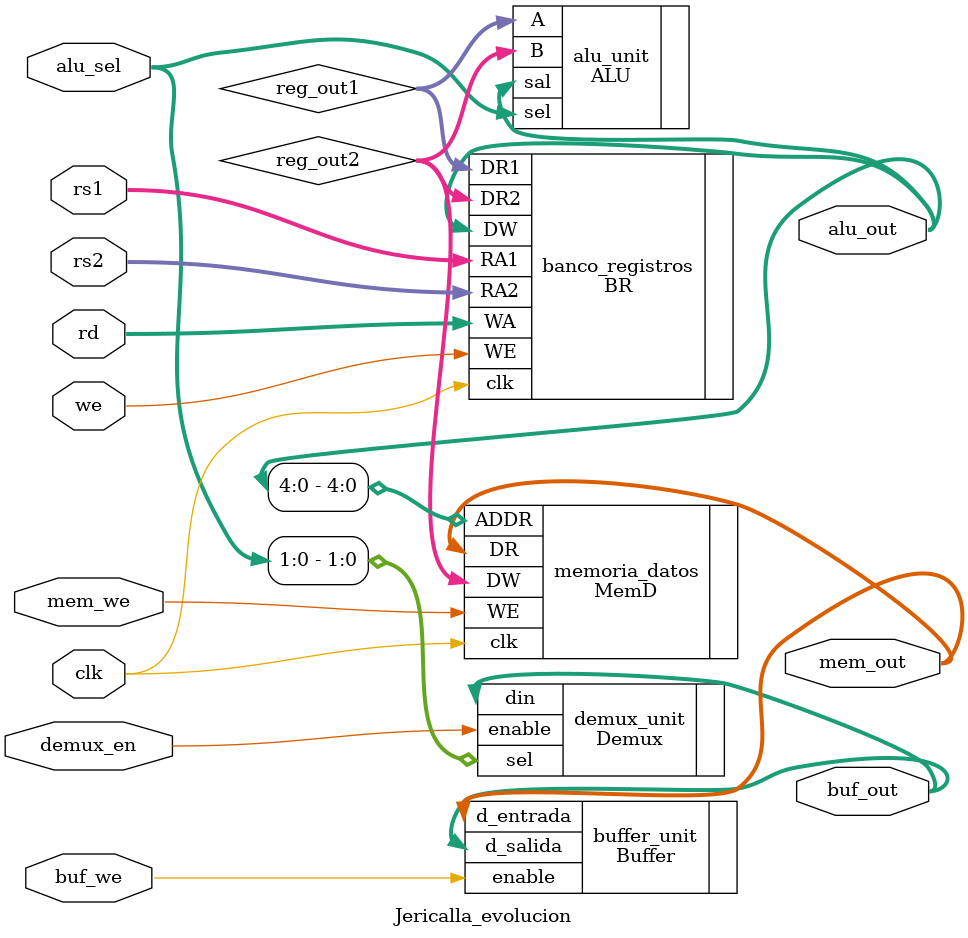
<source format=v>
module Jericalla_evolucion(
    input wire clk,
    input wire [4:0] rs1, rs2, rd,
    input wire [2:0] alu_sel,
    input wire we, mem_we, buf_we, demux_en,
    output wire [31:0] alu_out, mem_out, buf_out
);

    wire [31:0] reg_out1, reg_out2;
    
    // Instancia del Banco de Registros (BR)
    BR banco_registros (
        .RA1(rs1),
        .RA2(rs2),
        .WA(rd),
        .DW(alu_out),
        .WE(we),
        .clk(clk),
        .DR1(reg_out1),
        .DR2(reg_out2)
    );

    // Instancia de la ALU
    ALU alu_unit (
        .A(reg_out1),
        .B(reg_out2),
        .sel(alu_sel),
        .sal(alu_out)
    );

    // Instancia de la Memoria de Datos (MemD)
    MemD memoria_datos (
        .ADDR(alu_out[4:0]),
        .DW(reg_out2),
        .WE(mem_we),
        .clk(clk),
        .DR(mem_out)
    );

    // Instancia del Buffer
    Buffer buffer_unit (
        .d_entrada(mem_out),
        .enable(buf_we),
        .d_salida(buf_out)
    );

    // Instancia del Demux
    Demux demux_unit (
        .din(buf_out),
        .sel(alu_sel[1:0]),
        .enable(demux_en)
    );

endmodule

</source>
